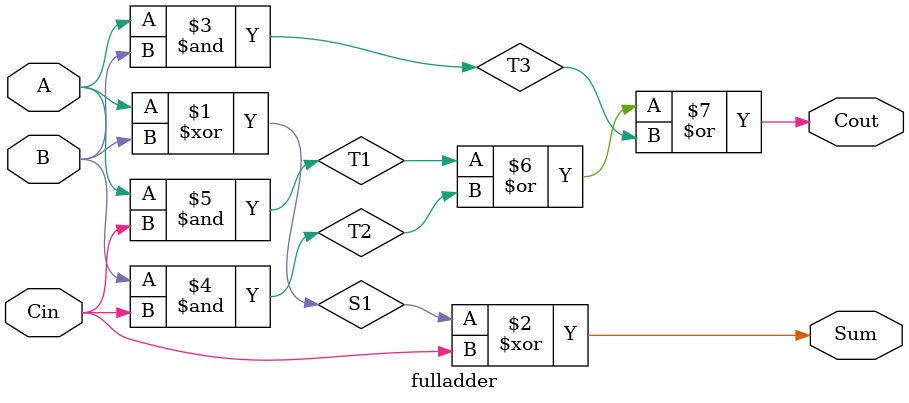
<source format=v>
module fulladder( 
 	input  A, B, Cin,  	
	output Sum, Cout); 
 	wire S1, T1, T2, T3; 
// Structural code for 1 bit full adder 	  	
	xor 	U1 (S1, A, B); 
 	xor 	U2 (Sum, S1, Cin); 
 	 	 
 	and 	U3 (T3, A, B);  	
	and 	U4 (T2, B, Cin); 
 	and 	U5 (T1, A, Cin); 
 	 	 
 	or  	U6 (Cout, T1, T2, T3); 
endmodule

</source>
